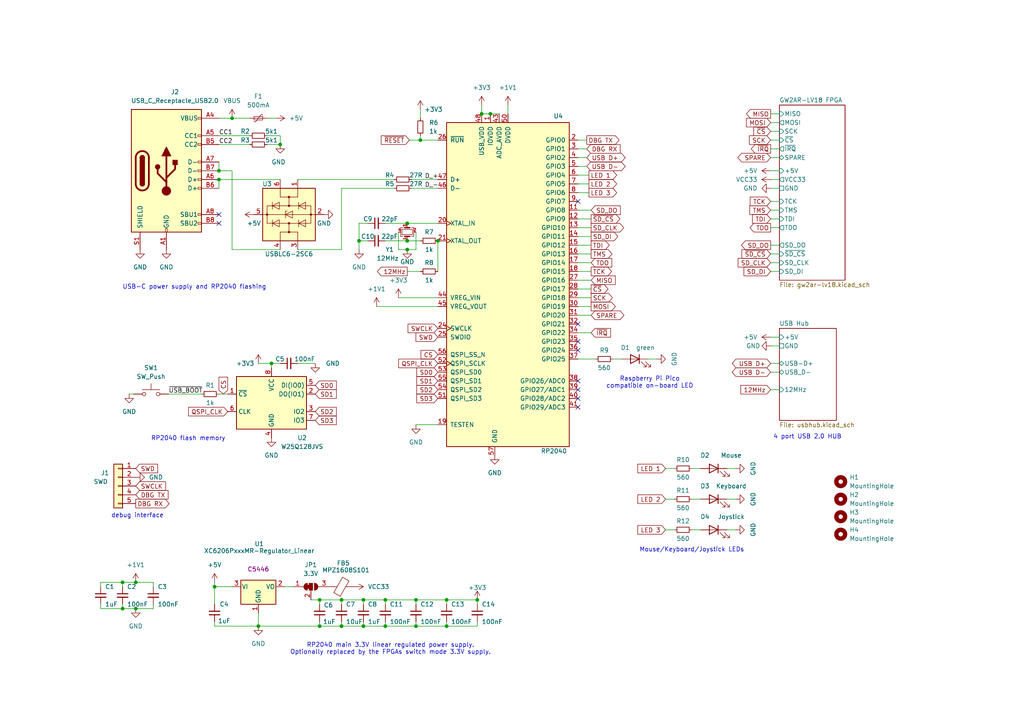
<source format=kicad_sch>
(kicad_sch (version 20250114) (generator "eeschema") (generator_version "9.0")
  (paper "A4")
  (title_block (title "MiSTery 20k Development Board") (date "2025-08-07") (rev "1.0") (company "Till Harbaum"))
  (lib_symbols
    (symbol "Connector:USB_C_Receptacle_USB2.0" (pin_names (offset 1.016))
      (property "Reference" "J" (at -10.16 19.05 0))
      (property "Value" "USB_C_Receptacle_USB2.0" (at 19.05 19.05 0))
      (symbol "USB_C_Receptacle_USB2.0_1_1"
        (pin passive line (at -7.62 -22.86 90) (length 5.08) (name "SHIELD") (number "S1"))
        (pin passive line (at 0 -22.86 90) (length 5.08) (name "GND") (number "A1"))
        (pin passive line (at 0 -22.86 90) (length 5.08) (hide yes) (name "GND") (number "A12"))
        (pin passive line (at 0 -22.86 90) (length 5.08) (hide yes) (name "GND") (number "B1"))
        (pin passive line (at 0 -22.86 90) (length 5.08) (hide yes) (name "GND") (number "B12"))
        (pin passive line (at 15.24 15.24 180) (length 5.08) (name "VBUS") (number "A4"))
        (pin passive line (at 15.24 15.24 180) (length 5.08) (hide yes) (name "VBUS") (number "A9"))
        (pin passive line (at 15.24 15.24 180) (length 5.08) (hide yes) (name "VBUS") (number "B4"))
        (pin passive line (at 15.24 15.24 180) (length 5.08) (hide yes) (name "VBUS") (number "B9"))
        (pin bidirectional line (at 15.24 10.16 180) (length 5.08) (name "CC1") (number "A5"))
        (pin bidirectional line (at 15.24 7.62 180) (length 5.08) (name "CC2") (number "B5"))
        (pin bidirectional line (at 15.24 2.54 180) (length 5.08) (name "D-") (number "A7"))
        (pin bidirectional line (at 15.24 0 180) (length 5.08) (name "D-") (number "B7"))
        (pin bidirectional line (at 15.24 -2.54 180) (length 5.08) (name "D+") (number "A6"))
        (pin bidirectional line (at 15.24 -5.08 180) (length 5.08) (name "D+") (number "B6"))
        (pin bidirectional line (at 15.24 -12.7 180) (length 5.08) (name "SBU1") (number "A8"))
        (pin bidirectional line (at 15.24 -15.24 180) (length 5.08) (name "SBU2") (number "B8"))
      )
    )
    (symbol "Connector_Generic:Conn_01x05" (pin_names (offset 1.016) (hide yes))
      (property "Reference" "J" (at 0 7.62 0))
      (property "Value" "Conn_01x05" (at 0 -7.62 0))
      (symbol "Conn_01x05_1_1"
        (pin passive line (at -5.08 5.08 0) (length 3.81) (name "Pin_1") (number "1"))
        (pin passive line (at -5.08 2.54 0) (length 3.81) (name "Pin_2") (number "2"))
        (pin passive line (at -5.08 0 0) (length 3.81) (name "Pin_3") (number "3"))
        (pin passive line (at -5.08 -2.54 0) (length 3.81) (name "Pin_4") (number "4"))
        (pin passive line (at -5.08 -5.08 0) (length 3.81) (name "Pin_5") (number "5"))
      )
    )
    (symbol "Device:C_Small" (pin_numbers (hide yes)) (pin_names (offset 0.254) (hide yes))
      (property "Reference" "C" (at 0.254 1.778 0))
      (property "Value" "C_Small" (at 0.254 -2.032 0))
      (symbol "C_Small_1_1"
        (pin passive line (at 0 2.54 270) (length 2.032) (name "~") (number "1"))
        (pin passive line (at 0 -2.54 90) (length 2.032) (name "~") (number "2"))
      )
    )
    (symbol "Device:Crystal_GND24_Small" (pin_names (offset 1.016) (hide yes))
      (property "Reference" "Y" (at 1.27 4.445 0))
      (property "Value" "Crystal_GND24_Small" (at 1.27 2.54 0))
      (symbol "Crystal_GND24_Small_1_1"
        (pin passive line (at -2.54 0 0) (length 1.27) (name "1") (number "1"))
        (pin passive line (at 0 2.54 270) (length 0.635) (name "4") (number "4"))
        (pin passive line (at 0 -2.54 90) (length 0.635) (name "2") (number "2"))
        (pin passive line (at 2.54 0 180) (length 1.27) (name "3") (number "3"))
      )
    )
    (symbol "Device:FerriteBead" (pin_numbers (hide yes)) (pin_names (offset 0))
      (property "Reference" "FB" (at -3.81 0.635 90))
      (property "Value" "FerriteBead" (at 3.81 0 90))
      (symbol "FerriteBead_1_1"
        (pin passive line (at 0 3.81 270) (length 2.54) (name "~") (number "1"))
        (pin passive line (at 0 -3.81 90) (length 2.54) (name "~") (number "2"))
      )
    )
    (symbol "Device:LED" (pin_numbers (hide yes)) (pin_names (offset 1.016) (hide yes))
      (property "Reference" "D" (at 0 2.54 0))
      (property "Value" "LED" (at 0 -2.54 0))
      (symbol "LED_1_1"
        (pin passive line (at -3.81 0 0) (length 2.54) (name "K") (number "1"))
        (pin passive line (at 3.81 0 180) (length 2.54) (name "A") (number "2"))
      )
    )
    (symbol "Device:Polyfuse_Small" (pin_numbers (hide yes)) (pin_names (offset 0))
      (property "Reference" "F" (at -1.905 0 90))
      (property "Value" "Polyfuse_Small" (at 1.905 0 90))
      (symbol "Polyfuse_Small_1_1"
        (pin passive line (at 0 2.54 270) (length 0.635) (name "~") (number "1"))
        (pin passive line (at 0 -2.54 90) (length 0.635) (name "~") (number "2"))
      )
    )
    (symbol "Device:R_Small" (pin_numbers (hide yes)) (pin_names (offset 0.254) (hide yes))
      (property "Reference" "R" (at 0.762 0.508 0))
      (property "Value" "R_Small" (at 0.762 -1.016 0))
      (symbol "R_Small_1_1"
        (pin passive line (at 0 2.54 270) (length 0.762) (name "~") (number "1"))
        (pin passive line (at 0 -2.54 90) (length 0.762) (name "~") (number "2"))
      )
    )
    (symbol "Jumper:SolderJumper_3_Bridged12" (pin_names (offset 0) (hide yes)) (in_bom no)
      (property "Reference" "JP" (at -2.54 -2.54 0))
      (property "Value" "SolderJumper_3_Bridged12" (at 0 2.794 0))
      (symbol "SolderJumper_3_Bridged12_1_1"
        (pin passive line (at -5.08 0 0) (length 2.54) (name "A") (number "1"))
        (pin passive line (at 0 -3.81 90) (length 2.54) (name "C") (number "2"))
        (pin passive line (at 5.08 0 180) (length 2.54) (name "B") (number "3"))
      )
    )
    (symbol "Mechanical:MountingHole" (pin_names (offset 1.016)) (in_bom no)
      (property "Reference" "H" (at 0 5.08 0))
      (property "Value" "MountingHole" (at 0 3.175 0))
    )
    (symbol "Memory_Flash:W25Q128JVS"
      (property "Reference" "U" (at -8.89 8.89 0))
      (property "Value" "W25Q128JVS" (at 7.62 8.89 0))
      (symbol "W25Q128JVS_1_1"
        (pin input line (at -12.7 2.54 0) (length 2.54) (name "~{CS}") (number "1"))
        (pin input line (at -12.7 -2.54 0) (length 2.54) (name "CLK") (number "6"))
        (pin power_in line (at 0 10.16 270) (length 2.54) (name "VCC") (number "8"))
        (pin power_in line (at 0 -10.16 90) (length 2.54) (name "GND") (number "4"))
        (pin bidirectional line (at 12.7 5.08 180) (length 2.54) (name "DI(IO0)") (number "5"))
        (pin bidirectional line (at 12.7 2.54 180) (length 2.54) (name "DO(IO1)") (number "2"))
        (pin bidirectional line (at 12.7 -2.54 180) (length 2.54) (name "IO2") (number "3"))
        (pin bidirectional line (at 12.7 -5.08 180) (length 2.54) (name "IO3") (number "7"))
      )
    )
    (symbol "Power_Protection:USBLC6-2SC6" (pin_names (hide yes))
      (property "Reference" "U" (at 2.54 8.89 0))
      (property "Value" "USBLC6-2SC6" (at 2.54 -8.89 0))
      (symbol "USBLC6-2SC6_1_1"
        (pin passive line (at -10.16 2.54 0) (length 2.54) (name "I/O1") (number "6"))
        (pin passive line (at -10.16 -2.54 0) (length 2.54) (name "I/O1") (number "1"))
        (pin passive line (at 0 10.16 270) (length 2.54) (name "VBUS") (number "5"))
        (pin passive line (at 0 -10.16 90) (length 2.54) (name "GND") (number "2"))
        (pin passive line (at 10.16 2.54 180) (length 2.54) (name "I/O2") (number "4"))
        (pin passive line (at 10.16 -2.54 180) (length 2.54) (name "I/O2") (number "3"))
      )
    )
    (symbol "Sleep-lib:RP2040" (pin_names (offset 1.016))
      (property "Reference" "U" (at 8.89 51.435 0))
      (property "Value" "RP2040" (at 8.89 48.895 0))
      (symbol "RP2040_1_1"
        (pin input line (at -20.32 43.18 0) (length 2.54) (name "~{RUN}") (number "26"))
        (pin bidirectional line (at -20.32 31.75 0) (length 2.54) (name "D+") (number "47"))
        (pin bidirectional line (at -20.32 29.21 0) (length 2.54) (name "D-") (number "46"))
        (pin input clock (at -20.32 19.05 0) (length 2.54) (name "XTAL_IN") (number "20"))
        (pin input clock (at -20.32 13.97 0) (length 2.54) (name "XTAL_OUT") (number "21"))
        (pin power_in line (at -20.32 -2.54 0) (length 2.54) (name "VREG_VIN") (number "44"))
        (pin power_out line (at -20.32 -5.08 0) (length 2.54) (name "VREG_VOUT") (number "45"))
        (pin input clock (at -20.32 -11.43 0) (length 2.54) (name "SWCLK") (number "24"))
        (pin bidirectional line (at -20.32 -13.97 0) (length 2.54) (name "SWDIO") (number "25"))
        (pin bidirectional line (at -20.32 -19.05 0) (length 2.54) (name "QSPI_SS_N") (number "56"))
        (pin input clock (at -20.32 -21.59 0) (length 2.54) (name "QSPI_SCLK") (number "52"))
        (pin bidirectional line (at -20.32 -24.13 0) (length 2.54) (name "QSPI_SD0") (number "53"))
        (pin bidirectional line (at -20.32 -26.67 0) (length 2.54) (name "QSPI_SD1") (number "55"))
        (pin bidirectional line (at -20.32 -29.21 0) (length 2.54) (name "QSPI_SD2") (number "54"))
        (pin bidirectional line (at -20.32 -31.75 0) (length 2.54) (name "QSPI_SD3") (number "51"))
        (pin input line (at -20.32 -39.37 0) (length 2.54) (name "TESTEN") (number "19"))
        (pin power_in line (at -7.62 50.8 270) (length 2.54) (name "USB_VDD") (number "48"))
        (pin power_in line (at -5.08 50.8 270) (length 2.54) (name "IOVDD") (number "1"))
        (pin power_in line (at -5.08 50.8 270) (length 2.54) (hide yes) (name "IOVDD") (number "10"))
        (pin power_in line (at -5.08 50.8 270) (length 2.54) (hide yes) (name "IOVDD") (number "22"))
        (pin power_in line (at -5.08 50.8 270) (length 2.54) (hide yes) (name "IOVDD") (number "33"))
        (pin power_in line (at -5.08 50.8 270) (length 2.54) (hide yes) (name "IOVDD") (number "42"))
        (pin power_in line (at -5.08 50.8 270) (length 2.54) (hide yes) (name "IOVDD") (number "49"))
        (pin power_in line (at -3.81 -48.26 90) (length 2.54) (name "GND") (number "57"))
        (pin power_in line (at -2.54 50.8 270) (length 2.54) (name "ADC_AVDD") (number "43"))
        (pin power_in line (at 0 50.8 270) (length 2.54) (hide yes) (name "DVDD") (number "23"))
        (pin power_in line (at 0 50.8 270) (length 2.54) (name "DVDD") (number "50"))
        (pin input line (at 20.32 43.18 180) (length 2.54) (name "GPIO0") (number "2"))
        (pin input line (at 20.32 40.64 180) (length 2.54) (name "GPIO1") (number "3"))
        (pin input line (at 20.32 38.1 180) (length 2.54) (name "GPIO2") (number "4"))
        (pin input line (at 20.32 35.56 180) (length 2.54) (name "GPIO3") (number "5"))
        (pin input line (at 20.32 33.02 180) (length 2.54) (name "GPIO4") (number "6"))
        (pin input line (at 20.32 30.48 180) (length 2.54) (name "GPIO5") (number "7"))
        (pin input line (at 20.32 27.94 180) (length 2.54) (name "GPIO6") (number "8"))
        (pin input line (at 20.32 25.4 180) (length 2.54) (name "GPIO7") (number "9"))
        (pin input line (at 20.32 22.86 180) (length 2.54) (name "GPIO8") (number "11"))
        (pin input line (at 20.32 20.32 180) (length 2.54) (name "GPIO9") (number "12"))
        (pin input line (at 20.32 17.78 180) (length 2.54) (name "GPIO10") (number "13"))
        (pin input line (at 20.32 15.24 180) (length 2.54) (name "GPIO11") (number "14"))
        (pin input line (at 20.32 12.7 180) (length 2.54) (name "GPIO12") (number "15"))
        (pin input line (at 20.32 10.16 180) (length 2.54) (name "GPIO13") (number "16"))
        (pin input line (at 20.32 7.62 180) (length 2.54) (name "GPIO14") (number "17"))
        (pin input line (at 20.32 5.08 180) (length 2.54) (name "GPIO15") (number "18"))
        (pin input line (at 20.32 2.54 180) (length 2.54) (name "GPIO16") (number "27"))
        (pin input line (at 20.32 0 180) (length 2.54) (name "GPIO17") (number "28"))
        (pin input line (at 20.32 -2.54 180) (length 2.54) (name "GPIO18") (number "29"))
        (pin input line (at 20.32 -5.08 180) (length 2.54) (name "GPIO19") (number "30"))
        (pin input line (at 20.32 -7.62 180) (length 2.54) (name "GPIO20") (number "31"))
        (pin input line (at 20.32 -10.16 180) (length 2.54) (name "GPIO21") (number "32"))
        (pin input line (at 20.32 -12.7 180) (length 2.54) (name "GPIO22") (number "34"))
        (pin input line (at 20.32 -15.24 180) (length 2.54) (name "GPIO23") (number "35"))
        (pin input line (at 20.32 -17.78 180) (length 2.54) (name "GPIO24") (number "36"))
        (pin input line (at 20.32 -20.32 180) (length 2.54) (name "GPIO25") (number "37"))
        (pin input line (at 20.32 -26.67 180) (length 2.54) (name "GPIO26/ADC0") (number "38"))
        (pin input line (at 20.32 -29.21 180) (length 2.54) (name "GPIO27/ADC1") (number "39"))
        (pin input line (at 20.32 -31.75 180) (length 2.54) (name "GPIO28/ADC2") (number "40"))
        (pin input line (at 20.32 -34.29 180) (length 2.54) (name "GPIO29/ADC3") (number "41"))
      )
    )
    (symbol "Switch:SW_Push" (pin_numbers (hide yes)) (pin_names (offset 1.016) (hide yes))
      (property "Reference" "SW" (at 1.27 2.54 0))
      (property "Value" "SW_Push" (at 0 -1.524 0))
      (symbol "SW_Push_0_1"
        (pin passive line (at -5.08 0 0) (length 2.54) (name "1") (number "1"))
        (pin passive line (at 5.08 0 180) (length 2.54) (name "2") (number "2"))
      )
    )
    (symbol "kicad-keyboard-parts:XC6206PxxxMR-Regulator_Linear" (pin_names (offset 0.254))
      (property "Reference" "U" (at -3.81 3.175 0))
      (property "Value" "XC6206PxxxMR-Regulator_Linear" (at 0 3.175 0))
      (property "LCSC" "C5446" (at 0 0 0))
      (symbol "XC6206PxxxMR-Regulator_Linear_1_1"
        (pin power_in line (at -7.62 0 0) (length 2.54) (name "VI") (number "3"))
        (pin power_in line (at 0 -7.62 90) (length 2.54) (name "GND") (number "1"))
        (pin power_out line (at 7.62 0 180) (length 2.54) (name "VO") (number "2"))
      )
    )
    (symbol "power:+1V1" (power) (pin_names (offset 0))
      (property "Value" "+1V1" (at 0 3.556 0))
      (symbol "+1V1_1_1"
        (pin power_in line (at 0 0 90) (length 0) (hide yes) (name "+1V1") (number "1"))
      )
    )
    (symbol "power:+3.3V" (power) (pin_names (offset 0))
      (property "Value" "+3.3V" (at 0 3.556 0))
      (symbol "+3.3V_1_1"
        (pin power_in line (at 0 0 90) (length 0) (hide yes) (name "+3V3") (number "1"))
      )
    )
    (symbol "power:+3V3" (power) (pin_names (offset 0))
      (property "Value" "+3V3" (at 0 3.556 0))
      (symbol "+3V3_1_1"
        (pin power_in line (at 0 0 90) (length 0) (hide yes) (name "+3V3") (number "1"))
      )
    )
    (symbol "power:+5V" (power) (pin_names (offset 0))
      (property "Value" "+5V" (at 0 3.556 0))
      (symbol "+5V_1_1"
        (pin power_in line (at 0 0 90) (length 0) (hide yes) (name "+5V") (number "1"))
      )
    )
    (symbol "power:GND" (power) (pin_names (offset 0))
      (property "Value" "GND" (at 0 -3.81 0))
      (symbol "GND_1_1"
        (pin power_in line (at 0 0 270) (length 0) (hide yes) (name "GND") (number "1"))
      )
    )
    (symbol "power:VBUS" (power) (pin_names (offset 0))
      (property "Value" "VBUS" (at 0 3.81 0))
      (symbol "VBUS_1_1"
        (pin power_in line (at 0 0 90) (length 0) (hide yes) (name "VBUS") (number "1"))
      )
    )
    (symbol "power:VCC" (power) (pin_numbers (hide yes)) (pin_names (offset 0) (hide yes))
      (property "Value" "VCC" (at 0 3.556 0))
      (symbol "VCC_1_1"
        (pin power_in line (at 0 0 90) (length 0) (name "~") (number "1"))
      )
    )
  )
  (text "Mouse/Keyboard/Joystick LEDs" (at 200.66 159.512 0) (effects (font (size 1.27 1.27))))
  (text "RP2040 flash memory" (at 54.61 127.254 0) (effects (font (size 1.27 1.27))))
  (text "4 port USB 2.0 HUB" (at 234.188 126.746 0) (effects (font (size 1.27 1.27))))
  (text "RP2040 main 3.3V linear regulated power supply.\nOptionally replaced by the FPGAs switch mode 3.3V supply." (at 113.284 188.214 0) (effects (font (size 1.27 1.27))))
  (text "debug interface" (at 39.878 149.606 0) (effects (font (size 1.27 1.27))))
  (text "Raspberry Pi Pico\ncompatible on-board LED" (at 188.468 110.998 0) (effects (font (size 1.27 1.27))))
  (text "USB-C power supply and RP2040 flashing" (at 56.388 83.312 0) (effects (font (size 1.27 1.27))))
  (junction (at 118.11 72.39))
  (junction (at 118.11 69.85))
  (junction (at 142.24 33.02))
  (junction (at 111.76 181.61))
  (junction (at 129.54 181.61))
  (junction (at 129.54 173.99))
  (junction (at 121.92 40.64))
  (junction (at 92.71 181.61))
  (junction (at 63.5 52.07))
  (junction (at 78.74 105.41))
  (junction (at 105.41 173.99))
  (junction (at 63.5 49.53))
  (junction (at 111.76 173.99))
  (junction (at 35.56 168.91))
  (junction (at 81.28 41.91))
  (junction (at 99.06 181.61))
  (junction (at 104.14 69.85))
  (junction (at 92.71 173.99) (diameter 0.9144))
  (junction (at 67.31 34.29))
  (junction (at 105.41 181.61))
  (junction (at 99.06 173.99))
  (junction (at 120.65 173.99))
  (junction (at 139.7 33.02))
  (junction (at 120.65 181.61))
  (junction (at 62.23 170.18))
  (junction (at 35.56 176.53))
  (junction (at 74.93 181.61) (diameter 0.9144))
  (junction (at 39.37 168.91))
  (junction (at 118.11 64.77))
  (junction (at 127 69.85))
  (junction (at 138.43 173.99))
  (junction (at 39.37 176.53))
  (no_connect (at 167.64 101.6))
  (no_connect (at 167.64 58.42))
  (no_connect (at 167.64 118.11))
  (no_connect (at 63.5 64.77))
  (no_connect (at 63.5 62.23))
  (no_connect (at 167.64 110.49))
  (no_connect (at 167.64 113.03))
  (no_connect (at 167.64 99.06))
  (no_connect (at 167.64 115.57))
  (no_connect (at 167.64 93.98))
  (wire (pts (xy 223.52 45.72) (xy 226.06 45.72)))
  (wire (pts (xy 223.52 66.04) (xy 226.06 66.04)))
  (wire (pts (xy 120.65 173.99) (xy 129.54 173.99)))
  (wire (pts (xy 129.54 173.99) (xy 129.54 175.26)))
  (wire (pts (xy 111.76 69.85) (xy 118.11 69.85)))
  (wire (pts (xy 118.11 69.85) (xy 121.92 69.85)))
  (wire (pts (xy 105.41 180.34) (xy 105.41 181.61)))
  (wire (pts (xy 223.52 113.03) (xy 226.06 113.03)))
  (wire (pts (xy 129.54 173.99) (xy 138.43 173.99)))
  (wire (pts (xy 104.14 69.85) (xy 104.14 72.39)))
  (wire (pts (xy 77.47 34.29) (xy 80.01 34.29)))
  (wire (pts (xy 167.64 71.12) (xy 171.45 71.12)))
  (wire (pts (xy 119.38 52.07) (xy 127 52.07)))
  (wire (pts (xy 223.52 54.61) (xy 226.06 54.61)))
  (wire (pts (xy 118.11 78.74) (xy 121.92 78.74)))
  (wire (pts (xy 167.64 55.88) (xy 170.815 55.88)))
  (wire (pts (xy 99.06 72.39) (xy 99.06 54.61)))
  (wire (pts (xy 63.5 39.37) (xy 72.39 39.37)))
  (wire (pts (xy 200.66 153.67) (xy 203.2 153.67)))
  (wire (pts (xy 62.23 180.34) (xy 62.23 181.61)))
  (wire (pts (xy 62.23 168.91) (xy 62.23 170.18)))
  (wire (pts (xy 167.64 81.28) (xy 171.45 81.28)))
  (wire (pts (xy 167.64 63.5) (xy 171.45 63.5)))
  (wire (pts (xy 67.31 72.39) (xy 81.28 72.39)))
  (wire (pts (xy 223.52 58.42) (xy 226.06 58.42)))
  (wire (pts (xy 115.57 67.31) (xy 115.57 72.39)))
  (wire (pts (xy 115.57 72.39) (xy 118.11 72.39)))
  (wire (pts (xy 99.06 54.61) (xy 114.3 54.61)))
  (wire (pts (xy 167.64 91.44) (xy 171.45 91.44)))
  (wire (pts (xy 193.04 144.78) (xy 195.58 144.78)))
  (wire (pts (xy 223.52 105.41) (xy 226.06 105.41)))
  (wire (pts (xy 223.52 35.56) (xy 226.06 35.56)))
  (wire (pts (xy 35.56 175.26) (xy 35.56 176.53)))
  (wire (pts (xy 223.52 60.96) (xy 226.06 60.96)))
  (wire (pts (xy 139.7 33.02) (xy 142.24 33.02)))
  (wire (pts (xy 142.24 33.02) (xy 144.78 33.02)))
  (wire (pts (xy 99.06 173.99) (xy 105.41 173.99)))
  (wire (pts (xy 120.65 72.39) (xy 118.11 72.39)))
  (wire (pts (xy 120.65 67.31) (xy 120.65 72.39)))
  (wire (pts (xy 92.71 173.99) (xy 99.06 173.99)))
  (wire (pts (xy 104.14 69.85) (xy 106.68 69.85)))
  (wire (pts (xy 106.68 64.77) (xy 104.14 64.77)))
  (wire (pts (xy 104.14 64.77) (xy 104.14 69.85)))
  (wire (pts (xy 77.47 39.37) (xy 81.28 39.37)))
  (wire (pts (xy 81.28 39.37) (xy 81.28 41.91)))
  (wire (pts (xy 167.64 45.72) (xy 170.18 45.72)))
  (wire (pts (xy 105.41 173.99) (xy 105.41 175.26)))
  (wire (pts (xy 115.57 86.36) (xy 127 86.36)))
  (wire (pts (xy 223.52 38.1) (xy 226.06 38.1)))
  (wire (pts (xy 210.82 153.67) (xy 213.36 153.67)))
  (wire (pts (xy 223.52 71.12) (xy 226.06 71.12)))
  (wire (pts (xy 74.93 181.61) (xy 62.23 181.61)))
  (wire (pts (xy 193.04 153.67) (xy 195.58 153.67)))
  (wire (pts (xy 120.65 123.19) (xy 127 123.19)))
  (wire (pts (xy 223.52 63.5) (xy 226.06 63.5)))
  (wire (pts (xy 86.36 52.07) (xy 114.3 52.07)))
  (wire (pts (xy 120.65 181.61) (xy 129.54 181.61)))
  (wire (pts (xy 129.54 181.61) (xy 129.54 180.34)))
  (wire (pts (xy 74.93 105.41) (xy 78.74 105.41)))
  (wire (pts (xy 86.36 105.41) (xy 91.44 105.41)))
  (wire (pts (xy 138.43 173.99) (xy 138.43 175.26)))
  (wire (pts (xy 223.52 107.95) (xy 226.06 107.95)))
  (wire (pts (xy 223.52 43.18) (xy 226.06 43.18)))
  (wire (pts (xy 37.465 114.3) (xy 38.735 114.3)))
  (wire (pts (xy 167.64 83.82) (xy 171.45 83.82)))
  (wire (pts (xy 138.43 180.34) (xy 138.43 181.61)))
  (wire (pts (xy 187.96 104.14) (xy 190.5 104.14)))
  (wire (pts (xy 111.76 180.34) (xy 111.76 181.61)))
  (wire (pts (xy 127 69.85) (xy 127 78.74)))
  (wire (pts (xy 39.37 176.53) (xy 44.45 176.53)))
  (wire (pts (xy 44.45 176.53) (xy 44.45 175.26)))
  (wire (pts (xy 92.71 181.61) (xy 99.06 181.61)))
  (wire (pts (xy 223.52 76.2) (xy 226.06 76.2)))
  (wire (pts (xy 200.66 135.89) (xy 203.2 135.89)))
  (wire (pts (xy 167.64 40.64) (xy 170.18 40.64)))
  (wire (pts (xy 167.64 48.26) (xy 170.18 48.26)))
  (wire (pts (xy 92.71 173.99) (xy 92.71 175.26)))
  (wire (pts (xy 210.82 135.89) (xy 213.36 135.89)))
  (wire (pts (xy 111.76 173.99) (xy 105.41 173.99)))
  (wire (pts (xy 167.64 78.74) (xy 171.45 78.74)))
  (wire (pts (xy 111.76 173.99) (xy 111.76 175.26)))
  (wire (pts (xy 105.41 181.61) (xy 111.76 181.61)))
  (wire (pts (xy 120.65 181.61) (xy 120.65 180.34)))
  (wire (pts (xy 86.36 72.39) (xy 99.06 72.39)))
  (wire (pts (xy 167.64 68.58) (xy 171.45 68.58)))
  (wire (pts (xy 223.52 73.66) (xy 226.06 73.66)))
  (wire (pts (xy 120.65 173.99) (xy 120.65 175.26)))
  (wire (pts (xy 78.74 105.41) (xy 78.74 106.68)))
  (wire (pts (xy 129.54 181.61) (xy 138.43 181.61)))
  (wire (pts (xy 223.52 78.74) (xy 226.06 78.74)))
  (wire (pts (xy 63.5 46.99) (xy 63.5 49.53)))
  (wire (pts (xy 223.52 100.33) (xy 226.06 100.33)))
  (wire (pts (xy 121.92 39.37) (xy 121.92 40.64)))
  (wire (pts (xy 39.37 168.91) (xy 44.45 168.91)))
  (wire (pts (xy 44.45 168.91) (xy 44.45 170.18)))
  (wire (pts (xy 223.52 52.07) (xy 226.06 52.07)))
  (wire (pts (xy 167.64 88.9) (xy 171.45 88.9)))
  (wire (pts (xy 147.32 30.48) (xy 147.32 33.02)))
  (wire (pts (xy 29.21 176.53) (xy 35.56 176.53)))
  (wire (pts (xy 29.21 175.26) (xy 29.21 176.53)))
  (wire (pts (xy 167.64 50.8) (xy 170.815 50.8)))
  (wire (pts (xy 35.56 168.91) (xy 35.56 170.18)))
  (wire (pts (xy 127 88.9) (xy 109.22 88.9)))
  (wire (pts (xy 99.06 180.34) (xy 99.06 181.61)))
  (wire (pts (xy 99.06 181.61) (xy 105.41 181.61)))
  (wire (pts (xy 177.8 104.14) (xy 180.34 104.14)))
  (wire (pts (xy 92.71 180.34) (xy 92.71 181.61)))
  (wire (pts (xy 74.93 181.61) (xy 92.71 181.61)))
  (wire (pts (xy 63.5 52.07) (xy 63.5 54.61)))
  (wire (pts (xy 167.64 60.96) (xy 171.45 60.96)))
  (wire (pts (xy 82.55 170.18) (xy 85.09 170.18)))
  (wire (pts (xy 62.23 170.18) (xy 67.31 170.18)))
  (wire (pts (xy 193.04 135.89) (xy 195.58 135.89)))
  (wire (pts (xy 63.5 34.29) (xy 67.31 34.29)))
  (wire (pts (xy 67.31 34.29) (xy 72.39 34.29)))
  (wire (pts (xy 118.745 40.64) (xy 121.92 40.64)))
  (wire (pts (xy 121.92 40.64) (xy 127 40.64)))
  (wire (pts (xy 67.31 49.53) (xy 67.31 72.39)))
  (wire (pts (xy 167.64 73.66) (xy 171.45 73.66)))
  (wire (pts (xy 48.895 114.3) (xy 58.42 114.3)))
  (wire (pts (xy 63.5 114.3) (xy 66.04 114.3)))
  (wire (pts (xy 63.5 41.91) (xy 72.39 41.91)))
  (wire (pts (xy 78.74 105.41) (xy 81.28 105.41)))
  (wire (pts (xy 167.64 76.2) (xy 171.45 76.2)))
  (wire (pts (xy 223.52 40.64) (xy 226.06 40.64)))
  (wire (pts (xy 77.47 41.91) (xy 81.28 41.91)))
  (wire (pts (xy 62.23 170.18) (xy 62.23 175.26)))
  (wire (pts (xy 139.7 30.48) (xy 139.7 33.02)))
  (wire (pts (xy 90.17 173.99) (xy 92.71 173.99)))
  (wire (pts (xy 167.64 96.52) (xy 171.45 96.52)))
  (wire (pts (xy 223.52 33.02) (xy 226.06 33.02)))
  (wire (pts (xy 111.76 64.77) (xy 118.11 64.77)))
  (wire (pts (xy 74.93 177.8) (xy 74.93 181.61)))
  (wire (pts (xy 223.52 97.79) (xy 226.06 97.79)))
  (wire (pts (xy 35.56 176.53) (xy 39.37 176.53)))
  (wire (pts (xy 35.56 168.91) (xy 29.21 168.91)))
  (wire (pts (xy 39.37 168.91) (xy 35.56 168.91)))
  (wire (pts (xy 29.21 168.91) (xy 29.21 170.18)))
  (wire (pts (xy 223.52 49.53) (xy 226.06 49.53)))
  (wire (pts (xy 167.64 43.18) (xy 170.18 43.18)))
  (wire (pts (xy 167.64 86.36) (xy 171.45 86.36)))
  (wire (pts (xy 210.82 144.78) (xy 213.36 144.78)))
  (wire (pts (xy 99.06 175.26) (xy 99.06 173.99)))
  (wire (pts (xy 111.76 173.99) (xy 120.65 173.99)))
  (wire (pts (xy 167.64 104.14) (xy 172.72 104.14)))
  (wire (pts (xy 63.5 52.07) (xy 81.28 52.07)))
  (wire (pts (xy 111.76 181.61) (xy 120.65 181.61)))
  (wire (pts (xy 167.64 53.34) (xy 170.815 53.34)))
  (wire (pts (xy 119.38 54.61) (xy 127 54.61)))
  (wire (pts (xy 200.66 144.78) (xy 203.2 144.78)))
  (wire (pts (xy 67.31 49.53) (xy 63.5 49.53)))
  (wire (pts (xy 118.11 64.77) (xy 127 64.77)))
  (wire (pts (xy 167.64 66.04) (xy 171.45 66.04)))
  (wire (pts (xy 121.92 31.75) (xy 121.92 34.29)))
  (label "CC1" (at 63.5 39.37 0))
  (label "D_-" (at 123.19 54.61 0))
  (label "CC2" (at 63.5 41.91 0))
  (label "D_+" (at 123.19 52.07 0))
  (label "~{USB_BOOT}" (at 48.895 114.3 0))
  (global_label "USB D-" (shape bidirectional) (at 223.52 107.95 180) (property "Intersheetrefs" "${INTERSHEET_REFS}" (effects (hide yes))))
  (global_label "12MHz" (shape input) (at 223.52 113.03 180) (property "Intersheetrefs" "${INTERSHEET_REFS}" (effects (hide yes))))
  (global_label "SD_CLK" (shape output) (at 171.45 66.04 0) (property "Intersheetrefs" "${INTERSHEET_REFS}" (effects (hide yes))))
  (global_label "SWCLK" (shape input) (at 127 95.25 180) (property "Intersheetrefs" "${INTERSHEET_REFS}" (effects (hide yes))))
  (global_label "DBG RX" (shape input) (at 170.18 43.18 0) (property "Intersheetrefs" "${INTERSHEET_REFS}" (effects (hide yes))))
  (global_label "~{SD_CS}" (shape output) (at 171.45 63.5 0) (property "Intersheetrefs" "${INTERSHEET_REFS}" (effects (hide yes))))
  (global_label "USB D+" (shape bidirectional) (at 223.52 105.41 180) (property "Intersheetrefs" "${INTERSHEET_REFS}" (effects (hide yes))))
  (global_label "LED 1" (shape output) (at 170.815 50.8 0) (property "Intersheetrefs" "${INTERSHEET_REFS}" (effects (hide yes))))
  (global_label "QSPI_CLK" (shape input) (at 66.04 119.38 180) (property "Intersheetrefs" "${INTERSHEET_REFS}" (effects (hide yes))))
  (global_label "TDI" (shape input) (at 223.52 63.5 180) (property "Intersheetrefs" "${INTERSHEET_REFS}" (effects (hide yes))))
  (global_label "SD0" (shape input) (at 127 107.95 180) (property "Intersheetrefs" "${INTERSHEET_REFS}" (effects (hide yes))))
  (global_label "MISO" (shape output) (at 223.52 33.02 180) (property "Intersheetrefs" "${INTERSHEET_REFS}" (effects (hide yes))))
  (global_label "DBG TX" (shape input) (at 39.37 143.51 0) (property "Intersheetrefs" "${INTERSHEET_REFS}" (effects (hide yes))))
  (global_label "SWCLK" (shape input) (at 39.37 140.97 0) (property "Intersheetrefs" "${INTERSHEET_REFS}" (effects (hide yes))))
  (global_label "SD_DO" (shape input) (at 171.45 60.96 0) (property "Intersheetrefs" "${INTERSHEET_REFS}" (effects (hide yes))))
  (global_label "MISO" (shape input) (at 171.45 81.28 0) (property "Intersheetrefs" "${INTERSHEET_REFS}" (effects (hide yes))))
  (global_label "MOSI" (shape output) (at 171.45 88.9 0) (property "Intersheetrefs" "${INTERSHEET_REFS}" (effects (hide yes))))
  (global_label "MOSI" (shape input) (at 223.52 35.56 180) (property "Intersheetrefs" "${INTERSHEET_REFS}" (effects (hide yes))))
  (global_label "DBG TX" (shape output) (at 170.18 40.64 0) (property "Intersheetrefs" "${INTERSHEET_REFS}" (effects (hide yes))))
  (global_label "~{CS}" (shape output) (at 171.45 83.82 0) (property "Intersheetrefs" "${INTERSHEET_REFS}" (effects (hide yes))))
  (global_label "TMS" (shape input) (at 223.52 60.96 180) (property "Intersheetrefs" "${INTERSHEET_REFS}" (effects (hide yes))))
  (global_label "USB D-" (shape bidirectional) (at 170.18 48.26 0) (property "Intersheetrefs" "${INTERSHEET_REFS}" (effects (hide yes))))
  (global_label "~{IRQ}" (shape output) (at 223.52 43.18 180) (property "Intersheetrefs" "${INTERSHEET_REFS}" (effects (hide yes))))
  (global_label "SD1" (shape input) (at 127 110.49 180) (property "Intersheetrefs" "${INTERSHEET_REFS}" (effects (hide yes))))
  (global_label "SCK" (shape input) (at 223.52 40.64 180) (property "Intersheetrefs" "${INTERSHEET_REFS}" (effects (hide yes))))
  (global_label "TDI" (shape output) (at 171.45 71.12 0) (property "Intersheetrefs" "${INTERSHEET_REFS}" (effects (hide yes))))
  (global_label "CS" (shape input) (at 64.77 114.3 90) (property "Intersheetrefs" "${INTERSHEET_REFS}" (effects (hide yes))))
  (global_label "TDO" (shape input) (at 171.45 76.2 0) (property "Intersheetrefs" "${INTERSHEET_REFS}" (effects (hide yes))))
  (global_label "SCK" (shape output) (at 171.45 86.36 0) (property "Intersheetrefs" "${INTERSHEET_REFS}" (effects (hide yes))))
  (global_label "SPARE" (shape bidirectional) (at 171.45 91.44 0) (property "Intersheetrefs" "${INTERSHEET_REFS}" (effects (hide yes))))
  (global_label "LED 2" (shape output) (at 170.815 53.34 0) (property "Intersheetrefs" "${INTERSHEET_REFS}" (effects (hide yes))))
  (global_label "CS" (shape input) (at 127 102.87 180) (property "Intersheetrefs" "${INTERSHEET_REFS}" (effects (hide yes))))
  (global_label "SD_DI" (shape output) (at 171.45 68.58 0) (property "Intersheetrefs" "${INTERSHEET_REFS}" (effects (hide yes))))
  (global_label "LED 1" (shape input) (at 193.04 135.89 180) (property "Intersheetrefs" "${INTERSHEET_REFS}" (effects (hide yes))))
  (global_label "SPARE" (shape bidirectional) (at 223.52 45.72 180) (property "Intersheetrefs" "${INTERSHEET_REFS}" (effects (hide yes))))
  (global_label "TCK" (shape input) (at 223.52 58.42 180) (property "Intersheetrefs" "${INTERSHEET_REFS}" (effects (hide yes))))
  (global_label "LED 2" (shape input) (at 193.04 144.78 180) (property "Intersheetrefs" "${INTERSHEET_REFS}" (effects (hide yes))))
  (global_label "12MHz" (shape output) (at 118.11 78.74 180) (property "Intersheetrefs" "${INTERSHEET_REFS}" (effects (hide yes))))
  (global_label "TDO" (shape output) (at 223.52 66.04 180) (property "Intersheetrefs" "${INTERSHEET_REFS}" (effects (hide yes))))
  (global_label "SD_DI" (shape input) (at 223.52 78.74 180) (property "Intersheetrefs" "${INTERSHEET_REFS}" (effects (hide yes))))
  (global_label "~{CS}" (shape input) (at 223.52 38.1 180) (property "Intersheetrefs" "${INTERSHEET_REFS}" (effects (hide yes))))
  (global_label "SWD" (shape input) (at 127 97.79 180) (property "Intersheetrefs" "${INTERSHEET_REFS}" (effects (hide yes))))
  (global_label "SD1" (shape input) (at 91.44 114.3 0) (property "Intersheetrefs" "${INTERSHEET_REFS}" (effects (hide yes))))
  (global_label "TMS" (shape output) (at 171.45 73.66 0) (property "Intersheetrefs" "${INTERSHEET_REFS}" (effects (hide yes))))
  (global_label "LED 3" (shape input) (at 193.04 153.67 180) (property "Intersheetrefs" "${INTERSHEET_REFS}" (effects (hide yes))))
  (global_label "SD3" (shape input) (at 127 115.57 180) (property "Intersheetrefs" "${INTERSHEET_REFS}" (effects (hide yes))))
  (global_label "~{IRQ}" (shape input) (at 171.45 96.52 0) (property "Intersheetrefs" "${INTERSHEET_REFS}" (effects (hide yes))))
  (global_label "USB D+" (shape bidirectional) (at 170.18 45.72 0) (property "Intersheetrefs" "${INTERSHEET_REFS}" (effects (hide yes))))
  (global_label "QSPI_CLK" (shape input) (at 127 105.41 180) (property "Intersheetrefs" "${INTERSHEET_REFS}" (effects (hide yes))))
  (global_label "SD2" (shape input) (at 127 113.03 180) (property "Intersheetrefs" "${INTERSHEET_REFS}" (effects (hide yes))))
  (global_label "SD2" (shape input) (at 91.44 119.38 0) (property "Intersheetrefs" "${INTERSHEET_REFS}" (effects (hide yes))))
  (global_label "TCK" (shape output) (at 171.45 78.74 0) (property "Intersheetrefs" "${INTERSHEET_REFS}" (effects (hide yes))))
  (global_label "LED 3" (shape output) (at 170.815 55.88 0) (property "Intersheetrefs" "${INTERSHEET_REFS}" (effects (hide yes))))
  (global_label "SD_DO" (shape output) (at 223.52 71.12 180) (property "Intersheetrefs" "${INTERSHEET_REFS}" (effects (hide yes))))
  (global_label "~{SD_CS}" (shape input) (at 223.52 73.66 180) (property "Intersheetrefs" "${INTERSHEET_REFS}" (effects (hide yes))))
  (global_label "SD_CLK" (shape input) (at 223.52 76.2 180) (property "Intersheetrefs" "${INTERSHEET_REFS}" (effects (hide yes))))
  (global_label "SD3" (shape input) (at 91.44 121.92 0) (property "Intersheetrefs" "${INTERSHEET_REFS}" (effects (hide yes))))
  (global_label "SWD" (shape input) (at 39.37 135.89 0) (property "Intersheetrefs" "${INTERSHEET_REFS}" (effects (hide yes))))
  (global_label "DBG RX" (shape output) (at 39.37 146.05 0) (property "Intersheetrefs" "${INTERSHEET_REFS}" (effects (hide yes))))
  (global_label "SD0" (shape input) (at 91.44 111.76 0) (property "Intersheetrefs" "${INTERSHEET_REFS}" (effects (hide yes))))
  (global_label "~{RESET}" (shape input) (at 118.745 40.64 180) (property "Intersheetrefs" "${INTERSHEET_REFS}" (effects (hide yes))))
  (symbol (lib_id "Device:R_Small") (at 74.93 41.91 90) (unit 1)
    (property "Reference" "R3" (at 71.12 40.64 90))
    (property "Value" "5k1" (at 78.74 40.64 90))
    (property "Footprint" "Resistor_SMD:R_0402_1005Metric" (effects (hide yes)))
    (property "LCSC" "C25905" (effects (hide yes)))
  )
  (symbol (lib_id "power:VBUS") (at 67.31 34.29 0) (unit 1)
    (property "Reference" "#PWR08" (effects (hide yes)))
    (property "Value" "VBUS" (at 67.31 29.21 0))
  )
  (symbol (lib_id "Device:C_Small") (at 138.43 177.8 0) (unit 1)
    (property "Reference" "C14" (at 139.7 175.2599 0) (effects (justify left)))
    (property "Value" "100nF" (at 139.7 180.3399 0) (effects (justify left)))
    (property "Footprint" "Capacitor_SMD:C_0402_1005Metric" (effects (hide yes)))
    (property "LCSC" "C1525" (effects (hide yes)))
  )
  (symbol (lib_id "power:GND") (at 40.64 72.39 0) (unit 1)
    (property "Reference" "#PWR05" (effects (hide yes)))
    (property "Value" "GND" (at 40.64 77.47 0))
  )
  (symbol (lib_id "power:+3V3") (at 74.93 105.41 0) (unit 1)
    (property "Reference" "#PWR010" (effects (hide yes)))
    (property "Value" "+3V3" (at 71.12 105.41 0))
  )
  (symbol (lib_id "Jumper:SolderJumper_3_Bridged12") (at 90.17 170.18 0) (unit 1) (in_bom no)
    (property "Reference" "JP1" (at 90.17 163.83 0))
    (property "Value" "3.3V" (at 90.17 166.37 0))
    (property "Footprint" "Jumper:SolderJumper-3_P1.3mm_Bridged12_RoundedPad1.0x1.5mm" (effects (hide yes)))
    (property "Description" "3-pole Solder Jumper, pins 1+2 closed/bridged" (effects (hide yes)))
  )
  (symbol (lib_id "Sleep-lib:RP2040") (at 147.32 83.82 0) (unit 1)
    (property "Reference" "U4" (at 161.925 33.655 0))
    (property "Value" "RP2040" (at 160.655 130.81 0))
    (property "Footprint" "Sleep-Lib:RP2040-QFN-56" (effects (hide yes)))
    (property "Datasheet" "https://datasheets.raspberrypi.com/rp2040/rp2040-datasheet.pdf" (effects (hide yes)))
    (property "LCSC" "C2040" (effects (hide yes)))
    (property "LCSC Part #" "C2040" (effects (hide yes)))
  )
  (symbol (lib_id "power:GND") (at 213.36 144.78 90) (unit 1)
    (property "Reference" "#PWR030" (effects (hide yes)))
    (property "Value" "GND" (at 218.44 144.78 0))
  )
  (symbol (lib_id "Device:Polyfuse_Small") (at 74.93 34.29 90) (unit 1)
    (property "Reference" "F1" (at 74.93 27.94 90))
    (property "Value" "500mA" (at 74.93 30.48 90))
    (property "Footprint" "Fuse:Fuse_1206_3216Metric" (effects (hide yes)))
    (property "LCSC" "C70076" (effects (hide yes)))
  )
  (symbol (lib_id "power:+5V") (at 80.01 34.29 270) (unit 1)
    (property "Reference" "#PWR013" (effects (hide yes)))
    (property "Value" "+5V" (at 83.82 34.2899 90) (effects (justify left)))
  )
  (symbol (lib_id "Device:C_Small") (at 99.06 177.8 0) (unit 1)
    (property "Reference" "C7" (at 100.33 175.2599 0) (effects (justify left)))
    (property "Value" "10uF" (at 100.33 180.3399 0) (effects (justify left)))
    (property "Footprint" "Capacitor_SMD:C_0402_1005Metric" (effects (hide yes)))
    (property "LCSC" "C15525" (effects (hide yes)))
  )
  (symbol (lib_id "Device:LED") (at 184.15 104.14 0) (mirror y) (unit 1)
    (property "Reference" "D1" (at 181.356 100.838 0))
    (property "Value" "green" (at 187.198 100.838 0))
    (property "Footprint" "LED_SMD:LED_0805_2012Metric" (effects (hide yes)))
    (property "Description" "Light emitting diode" (effects (hide yes)))
    (property "Sim.Pins" "1=K 2=A" (effects (hide yes)))
    (property "LCSC" "C2297" (effects (hide yes)))
  )
  (symbol (lib_id "power:GND") (at 118.11 72.39 0) (unit 1)
    (property "Reference" "#PWR021" (effects (hide yes)))
    (property "Value" "GND" (at 118.11 75.946 0))
  )
  (symbol (lib_id "power:VCC") (at 102.87 170.18 270) (unit 1)
    (property "Reference" "#PWR017" (effects (hide yes)))
    (property "Value" "VCC33" (at 106.68 170.1799 90) (effects (justify left)))
    (property "Description" "Power symbol creates a global label with name \"VCC\"" (effects (hide yes)))
  )
  (symbol (lib_id "power:GND") (at 190.5 104.14 90) (unit 1)
    (property "Reference" "#PWR028" (effects (hide yes)))
    (property "Value" "GND" (at 195.58 104.14 0))
  )
  (symbol (lib_id "power:GND") (at 143.51 132.08 0) (unit 1)
    (property "Reference" "#PWR026" (effects (hide yes)))
    (property "Value" "GND" (at 143.51 137.16 0))
  )
  (symbol (lib_id "power:GND") (at 78.74 127 0) (unit 1)
    (property "Reference" "#PWR012" (effects (hide yes)))
    (property "Value" "GND" (at 78.74 132.08 0))
  )
  (symbol (lib_id "Switch:SW_Push") (at 43.815 114.3 0) (unit 1)
    (property "Reference" "SW1" (at 43.815 106.68 0))
    (property "Value" "SW_Push" (at 43.815 109.22 0))
    (property "Footprint" "Button_Switch_SMD:SW_SPST_TL3342" (effects (hide yes)))
    (property "LCSC" "C318884" (effects (hide yes)))
  )
  (symbol (lib_id "Device:C_Small") (at 29.21 172.72 0) (unit 1)
    (property "Reference" "C1" (at 30.48 170.1799 0) (effects (justify left)))
    (property "Value" "1uF" (at 30.48 175.2599 0) (effects (justify left)))
    (property "Footprint" "Capacitor_SMD:C_0402_1005Metric" (effects (hide yes)))
    (property "LCSC" "C52923" (effects (hide yes)))
  )
  (symbol (lib_id "power:+3V3") (at 115.57 86.36 0) (unit 1)
    (property "Reference" "#PWR020" (effects (hide yes)))
    (property "Value" "+3V3" (at 115.57 81.28 0))
  )
  (symbol (lib_id "Device:C_Small") (at 83.82 105.41 90) (unit 1)
    (property "Reference" "C5" (at 82.5499 104.14 90) (effects (justify left)))
    (property "Value" "100nF" (at 91.4399 104.14 90) (effects (justify left)))
    (property "Footprint" "Capacitor_SMD:C_0402_1005Metric" (effects (hide yes)))
    (property "LCSC" "C1525" (effects (hide yes)))
  )
  (symbol (lib_id "Device:R_Small") (at 121.92 36.83 0) (unit 1)
    (property "Reference" "R6" (at 124.46 35.5599 0) (effects (justify left)))
    (property "Value" "1k" (at 124.46 38.0999 0) (effects (justify left)))
    (property "Footprint" "Resistor_SMD:R_0402_1005Metric" (effects (hide yes)))
    (property "LCSC" "C11702" (effects (hide yes)))
  )
  (symbol (lib_id "Device:C_Small") (at 109.22 69.85 90) (unit 1)
    (property "Reference" "C10" (at 106.68 68.58 90))
    (property "Value" "22pF" (at 113.03 68.58 90))
    (property "Footprint" "Capacitor_SMD:C_0402_1005Metric" (effects (hide yes)))
    (property "LCSC" "C1555" (effects (hide yes)))
  )
  (symbol (lib_id "Power_Protection:USBLC6-2SC6") (at 83.82 62.23 90) (mirror x) (unit 1)
    (property "Reference" "U3" (at 77.47 53.34 90))
    (property "Value" "USBLC6-2SC6" (at 83.82 73.66 90))
    (property "Footprint" "Package_TO_SOT_SMD:SOT-23-6" (effects (hide yes)))
    (property "Datasheet" "https://www.st.com/resource/en/datasheet/usblc6-2.pdf" (effects (hide yes)))
    (property "LCSC" "C2827654" (effects (hide yes)))
  )
  (symbol (lib_id "power:+3V3") (at 121.92 31.75 0) (unit 1)
    (property "Reference" "#PWR023" (effects (hide yes)))
    (property "Value" "+3V3" (at 125.73 31.75 0))
  )
  (symbol (lib_id "power:GND") (at 213.36 135.89 90) (unit 1)
    (property "Reference" "#PWR029" (effects (hide yes)))
    (property "Value" "GND" (at 218.44 135.89 0))
  )
  (symbol (lib_id "Device:C_Small") (at 92.71 177.8 180) (unit 1)
    (property "Reference" "C6" (at 95.25 175.514 0))
    (property "Value" "1uF" (at 95.504 180.34 0))
    (property "Footprint" "Capacitor_SMD:C_0402_1005Metric" (effects (hide yes)))
    (property "LCSC" "C52923" (effects (hide yes)))
  )
  (symbol (lib_id "power:VCC") (at 223.52 52.07 90) (unit 1)
    (property "Reference" "#PWR033" (effects (hide yes)))
    (property "Value" "VCC33" (at 219.71 52.0699 90) (effects (justify left)))
    (property "Description" "Power symbol creates a global label with name \"VCC\"" (effects (hide yes)))
  )
  (symbol (lib_id "Mechanical:MountingHole") (at 243.84 154.94 0) (unit 1) (in_bom no)
    (property "Reference" "H4" (at 246.38 153.6699 0) (effects (justify left)))
    (property "Value" "MountingHole" (at 246.38 156.2099 0) (effects (justify left)))
    (property "Footprint" "MountingHole:MountingHole_3.2mm_M3" (effects (hide yes)))
    (property "Description" "Mounting Hole without connection" (effects (hide yes)))
  )
  (symbol (lib_id "Device:R_Small") (at 175.26 104.14 90) (unit 1)
    (property "Reference" "R9" (at 175.26 101.6 90))
    (property "Value" "560" (at 175.26 106.68 90))
    (property "Footprint" "Resistor_SMD:R_0402_1005Metric" (effects (hide yes)))
    (property "LCSC" "C163460" (effects (hide yes)))
  )
  (symbol (lib_id "Connector_Generic:Conn_01x05") (at 34.29 140.97 0) (mirror y) (unit 1)
    (property "Reference" "J1" (at 30.48 137.16 0))
    (property "Value" "SWD" (at 29.21 139.7 0))
    (property "Footprint" "Connector_PinSocket_2.54mm:PinSocket_1x05_P2.54mm_Vertical" (effects (hide yes)))
  )
  (symbol (lib_id "power:GND") (at 104.14 72.39 0) (unit 1)
    (property "Reference" "#PWR018" (effects (hide yes)))
    (property "Value" "GND" (at 104.14 77.47 0))
  )
  (symbol (lib_id "power:+1V1") (at 109.22 88.9 0) (unit 1)
    (property "Reference" "#PWR019" (effects (hide yes)))
    (property "Value" "+1V1" (at 109.22 83.82 0))
  )
  (symbol (lib_id "Device:LED") (at 207.01 135.89 0) (mirror y) (unit 1)
    (property "Reference" "D2" (at 204.47 132.08 0))
    (property "Value" "Mouse" (at 212.09 132.08 0))
    (property "Footprint" "LED_SMD:LED_0805_2012Metric" (effects (hide yes)))
    (property "Description" "Light emitting diode" (effects (hide yes)))
    (property "Sim.Pins" "1=K 2=A" (effects (hide yes)))
    (property "LCSC" "C2297" (effects (hide yes)))
  )
  (symbol (lib_id "Device:C_Small") (at 105.41 177.8 0) (unit 1)
    (property "Reference" "C8" (at 106.68 175.2599 0) (effects (justify left)))
    (property "Value" "1uF" (at 106.68 180.3399 0) (effects (justify left)))
    (property "Footprint" "Capacitor_SMD:C_0402_1005Metric" (effects (hide yes)))
    (property "LCSC" "C52923" (effects (hide yes)))
  )
  (symbol (lib_id "power:+5V") (at 62.23 168.91 0) (unit 1)
    (property "Reference" "#PWR07" (effects (hide yes)))
    (property "Value" "+5V" (at 62.23 163.83 0))
  )
  (symbol (lib_id "Mechanical:MountingHole") (at 243.84 139.7 0) (unit 1) (in_bom no)
    (property "Reference" "H1" (at 246.38 138.4299 0) (effects (justify left)))
    (property "Value" "MountingHole" (at 246.38 140.9699 0) (effects (justify left)))
    (property "Footprint" "MountingHole:MountingHole_3.2mm_M3" (effects (hide yes)))
    (property "Description" "Mounting Hole without connection" (effects (hide yes)))
  )
  (symbol (lib_id "Device:R_Small") (at 198.12 135.89 90) (unit 1)
    (property "Reference" "R10" (at 198.12 133.35 90))
    (property "Value" "560" (at 198.12 138.43 90))
    (property "Footprint" "Resistor_SMD:R_0402_1005Metric" (effects (hide yes)))
  )
  (symbol (lib_id "power:GND") (at 91.44 105.41 0) (unit 1)
    (property "Reference" "#PWR015" (effects (hide yes)))
    (property "Value" "GND" (at 96.52 105.41 0))
  )
  (symbol (lib_id "Device:C_Small") (at 109.22 64.77 90) (unit 1)
    (property "Reference" "C9" (at 106.68 63.5 90))
    (property "Value" "22pF" (at 113.03 63.5 90))
    (property "Footprint" "Capacitor_SMD:C_0402_1005Metric" (effects (hide yes)))
    (property "LCSC" "C1555" (effects (hide yes)))
  )
  (symbol (lib_id "Device:C_Small") (at 129.54 177.8 0) (unit 1)
    (property "Reference" "C13" (at 130.81 175.2599 0) (effects (justify left)))
    (property "Value" "100nF" (at 130.81 180.3399 0) (effects (justify left)))
    (property "Footprint" "Capacitor_SMD:C_0402_1005Metric" (effects (hide yes)))
    (property "LCSC" "C1525" (effects (hide yes)))
  )
  (symbol (lib_id "power:+5V") (at 223.52 97.79 90) (mirror x) (unit 1)
    (property "Reference" "#PWR035" (effects (hide yes)))
    (property "Value" "+5V" (at 219.71 97.7899 90) (effects (justify left)))
  )
  (symbol (lib_id "Mechanical:MountingHole") (at 243.84 144.78 0) (unit 1) (in_bom no)
    (property "Reference" "H2" (at 246.38 143.5099 0) (effects (justify left)))
    (property "Value" "MountingHole" (at 246.38 146.0499 0) (effects (justify left)))
    (property "Footprint" "MountingHole:MountingHole_3.2mm_M3" (effects (hide yes)))
    (property "Description" "Mounting Hole without connection" (effects (hide yes)))
  )
  (symbol (lib_id "Device:C_Small") (at 120.65 177.8 0) (unit 1)
    (property "Reference" "C12" (at 121.92 175.2599 0) (effects (justify left)))
    (property "Value" "100nF" (at 121.92 180.3399 0) (effects (justify left)))
    (property "Footprint" "Capacitor_SMD:C_0402_1005Metric" (effects (hide yes)))
    (property "LCSC" "C1525" (effects (hide yes)))
  )
  (symbol (lib_id "Device:R_Small") (at 74.93 39.37 90) (unit 1)
    (property "Reference" "R2" (at 71.12 38.1 90))
    (property "Value" "5k1" (at 78.74 38.1 90))
    (property "Footprint" "Resistor_SMD:R_0402_1005Metric" (effects (hide yes)))
    (property "LCSC" "C25905" (effects (hide yes)))
  )
  (symbol (lib_id "Device:Crystal_GND24_Small") (at 118.11 67.31 90) (unit 1)
    (property "Reference" "Y1" (at 111.76 72.39 90) (effects (justify right)))
    (property "Value" "12MHz" (at 109.22 74.93 90) (effects (justify right)))
    (property "Footprint" "Crystal:Crystal_SMD_3225-4Pin_3.2x2.5mm" (effects (hide yes)))
    (property "LCSC" "C9002" (effects (hide yes)))
    (property "LCSC Part #" "C9002" (effects (hide yes)))
  )
  (symbol (lib_id "power:+3.3V") (at 138.43 173.99 0) (unit 1)
    (property "Reference" "#PWR024" (effects (hide yes)))
    (property "Value" "+3V3" (at 138.43 170.4426 0))
  )
  (symbol (lib_id "Device:R_Small") (at 198.12 144.78 90) (unit 1)
    (property "Reference" "R11" (at 198.12 142.24 90))
    (property "Value" "560" (at 198.12 147.32 90))
    (property "Footprint" "Resistor_SMD:R_0402_1005Metric" (effects (hide yes)))
  )
  (symbol (lib_id "power:GND") (at 81.28 41.91 0) (unit 1)
    (property "Reference" "#PWR014" (effects (hide yes)))
    (property "Value" "GND" (at 78.74 46.99 0) (effects (justify left)))
  )
  (symbol (lib_id "Memory_Flash:W25Q128JVS") (at 78.74 116.84 0) (unit 1)
    (property "Reference" "U2" (at 87.63 127 0))
    (property "Value" "W25Q128JVS" (at 87.63 129.54 0))
    (property "Footprint" "Package_SO:SOIC-8_5.23x5.23mm_P1.27mm" (effects (hide yes)))
    (property "Datasheet" "http://www.winbond.com/resource-files/w25q128jv_dtr%20revc%2003272018%20plus.pdf" (effects (hide yes)))
    (property "LCSC" "C131025" (effects (hide yes)))
  )
  (symbol (lib_id "kicad-keyboard-parts:XC6206PxxxMR-Regulator_Linear") (at 74.93 170.18 0) (unit 1)
    (property "Reference" "U1" (at 75.184 157.734 0))
    (property "Value" "XC6206PxxxMR-Regulator_Linear" (at 75.184 159.766 0))
    (property "Footprint" "Package_TO_SOT_SMD:SOT-23" (effects (hide yes)))
    (property "Datasheet" "https://www.torexsemi.com/file/xc6206/XC6206.pdf" (effects (hide yes)))
    (property "LCSC" "C5446" (at 74.93 165.1 0))
  )
  (symbol (lib_id "power:GND") (at 48.26 72.39 0) (unit 1)
    (property "Reference" "#PWR06" (effects (hide yes)))
    (property "Value" "GND" (at 48.26 77.47 0))
  )
  (symbol (lib_id "Device:R_Small") (at 60.96 114.3 90) (unit 1)
    (property "Reference" "R1" (at 60.96 111.76 90))
    (property "Value" "1k" (at 60.96 116.84 90))
    (property "Footprint" "Resistor_SMD:R_0402_1005Metric" (effects (hide yes)))
    (property "LCSC" "C11702" (effects (hide yes)))
  )
  (symbol (lib_id "power:+5V") (at 73.66 62.23 90) (mirror x) (unit 1)
    (property "Reference" "#PWR09" (effects (hide yes)))
    (property "Value" "+5V" (at 73.66 64.77 90))
  )
  (symbol (lib_id "Device:R_Small") (at 116.84 52.07 90) (unit 1)
    (property "Reference" "R4" (at 113.03 50.8 90))
    (property "Value" "27R" (at 120.65 50.8 90))
    (property "Footprint" "Resistor_SMD:R_0603_1608Metric" (effects (hide yes)))
    (property "LCSC" "C25190" (effects (hide yes)))
  )
  (symbol (lib_id "power:GND") (at 37.465 114.3 0) (unit 1)
    (property "Reference" "#PWR01" (effects (hide yes)))
    (property "Value" "GND" (at 37.465 119.38 0))
  )
  (symbol (lib_id "Device:R_Small") (at 116.84 54.61 90) (unit 1)
    (property "Reference" "R5" (at 113.03 53.34 90))
    (property "Value" "27R" (at 120.65 53.34 90))
    (property "Footprint" "Resistor_SMD:R_0603_1608Metric" (effects (hide yes)))
    (property "LCSC" "C25190" (effects (hide yes)))
  )
  (symbol (lib_id "Device:R_Small") (at 124.46 78.74 90) (unit 1)
    (property "Reference" "R8" (at 124.46 76.2 90))
    (property "Value" "1k" (at 124.46 81.28 90))
    (property "Footprint" "Resistor_SMD:R_0402_1005Metric" (effects (hide yes)))
    (property "LCSC" "C11702" (effects (hide yes)))
  )
  (symbol (lib_id "Device:LED") (at 207.01 144.78 0) (mirror y) (unit 1)
    (property "Reference" "D3" (at 204.47 140.97 0))
    (property "Value" "Keyboard" (at 212.09 140.97 0))
    (property "Footprint" "LED_SMD:LED_0805_2012Metric" (effects (hide yes)))
    (property "Description" "Light emitting diode" (effects (hide yes)))
    (property "Sim.Pins" "1=K 2=A" (effects (hide yes)))
    (property "LCSC" "C2297" (effects (hide yes)))
  )
  (symbol (lib_id "power:+3V3") (at 139.7 30.48 0) (unit 1)
    (property "Reference" "#PWR025" (effects (hide yes)))
    (property "Value" "+3V3" (at 139.7 25.4 0))
  )
  (symbol (lib_id "Device:FerriteBead") (at 99.06 170.18 90) (unit 1)
    (property "Reference" "FB5" (at 99.568 163.322 90))
    (property "Value" "MPZ1608S101" (at 100.33 165.354 90))
    (property "Footprint" "Inductor_SMD:L_0603_1608Metric" (effects (hide yes)))
    (property "Description" "Ferrite bead" (effects (hide yes)))
    (property "LCSC" "C107332" (effects (hide yes)))
  )
  (symbol (lib_id "Device:C_Small") (at 35.56 172.72 0) (unit 1)
    (property "Reference" "C2" (at 36.83 170.1799 0) (effects (justify left)))
    (property "Value" "100nF" (at 36.83 175.2599 0) (effects (justify left)))
    (property "Footprint" "Capacitor_SMD:C_0402_1005Metric" (effects (hide yes)))
    (property "LCSC" "C1525" (effects (hide yes)))
  )
  (symbol (lib_id "power:+5V") (at 223.52 49.53 90) (unit 1)
    (property "Reference" "#PWR032" (effects (hide yes)))
    (property "Value" "+5V" (at 219.71 49.5299 90) (effects (justify left)))
  )
  (symbol (lib_id "power:GND") (at 39.37 176.53 0) (unit 1)
    (property "Reference" "#PWR04" (effects (hide yes)))
    (property "Value" "GND" (at 39.37 181.61 0))
  )
  (symbol (lib_id "power:GND") (at 74.93 181.61 0) (unit 1)
    (property "Reference" "#PWR011" (effects (hide yes)))
    (property "Value" "GND" (at 74.93 186.69 0))
  )
  (symbol (lib_id "Connector:USB_C_Receptacle_USB2.0") (at 48.26 49.53 0) (unit 1)
    (property "Reference" "J2" (at 50.7365 26.67 0))
    (property "Value" "USB_C_Receptacle_USB2.0" (at 50.7365 29.21 0))
    (property "Footprint" "Connector_USB:USB_C_Receptacle_HRO_TYPE-C-31-M-12" (effects (hide yes)))
    (property "Datasheet" "https://www.usb.org/sites/default/files/documents/usb_type-c.zip" (effects (hide yes)))
    (property "LCSC" "C165948" (effects (hide yes)))
  )
  (symbol (lib_id "Device:C_Small") (at 111.76 177.8 0) (unit 1)
    (property "Reference" "C11" (at 113.03 175.2599 0) (effects (justify left)))
    (property "Value" "100nF" (at 113.03 180.3399 0) (effects (justify left)))
    (property "Footprint" "Capacitor_SMD:C_0402_1005Metric" (effects (hide yes)))
    (property "LCSC" "C1525" (effects (hide yes)))
  )
  (symbol (lib_id "power:GND") (at 120.65 123.19 0) (unit 1)
    (property "Reference" "#PWR022" (effects (hide yes)))
    (property "Value" "GND" (at 120.65 128.27 0))
  )
  (symbol (lib_id "Device:LED") (at 207.01 153.67 0) (mirror y) (unit 1)
    (property "Reference" "D4" (at 204.47 149.86 0))
    (property "Value" "Joystick" (at 212.09 149.86 0))
    (property "Footprint" "LED_SMD:LED_0805_2012Metric" (effects (hide yes)))
    (property "Description" "Light emitting diode" (effects (hide yes)))
    (property "Sim.Pins" "1=K 2=A" (effects (hide yes)))
    (property "LCSC" "C2297" (effects (hide yes)))
  )
  (symbol (lib_id "Device:C_Small") (at 44.45 172.72 0) (unit 1)
    (property "Reference" "C3" (at 45.72 170.1799 0) (effects (justify left)))
    (property "Value" "100nF" (at 45.72 175.2599 0) (effects (justify left)))
    (property "Footprint" "Capacitor_SMD:C_0402_1005Metric" (effects (hide yes)))
    (property "LCSC" "C1525" (effects (hide yes)))
  )
  (symbol (lib_id "power:GND") (at 93.98 62.23 90) (mirror x) (unit 1)
    (property "Reference" "#PWR016" (effects (hide yes)))
    (property "Value" "GND" (at 93.98 64.77 90))
  )
  (symbol (lib_id "Device:C_Small") (at 62.23 177.8 180) (unit 1)
    (property "Reference" "C4" (at 65.024 175.26 0))
    (property "Value" "1uF" (at 65.024 180.086 0))
    (property "Footprint" "Capacitor_SMD:C_0402_1005Metric" (effects (hide yes)))
    (property "LCSC" "C52923" (effects (hide yes)))
  )
  (symbol (lib_id "Device:R_Small") (at 124.46 69.85 90) (unit 1)
    (property "Reference" "R7" (at 124.46 67.31 90))
    (property "Value" "1k" (at 124.46 72.39 90))
    (property "Footprint" "Resistor_SMD:R_0402_1005Metric" (effects (hide yes)))
    (property "LCSC" "C11702" (effects (hide yes)))
  )
  (symbol (lib_id "power:+1V1") (at 147.32 30.48 0) (unit 1)
    (property "Reference" "#PWR027" (effects (hide yes)))
    (property "Value" "+1V1" (at 147.32 25.4 0))
  )
  (symbol (lib_id "power:GND") (at 223.52 100.33 270) (unit 1)
    (property "Reference" "#PWR036" (effects (hide yes)))
    (property "Value" "GND" (at 216.408 100.33 90) (effects (justify left)))
  )
  (symbol (lib_id "power:GND") (at 213.36 153.67 90) (unit 1)
    (property "Reference" "#PWR031" (effects (hide yes)))
    (property "Value" "GND" (at 218.44 153.67 0))
  )
  (symbol (lib_id "Mechanical:MountingHole") (at 243.84 149.86 0) (unit 1) (in_bom no)
    (property "Reference" "H3" (at 246.38 148.5899 0) (effects (justify left)))
    (property "Value" "MountingHole" (at 246.38 151.1299 0) (effects (justify left)))
    (property "Footprint" "MountingHole:MountingHole_3.2mm_M3" (effects (hide yes)))
    (property "Description" "Mounting Hole without connection" (effects (hide yes)))
  )
  (symbol (lib_id "power:+1V1") (at 39.37 168.91 0) (unit 1)
    (property "Reference" "#PWR03" (effects (hide yes)))
    (property "Value" "+1V1" (at 39.37 163.83 0))
  )
  (symbol (lib_id "Device:R_Small") (at 198.12 153.67 90) (unit 1)
    (property "Reference" "R12" (at 198.12 151.13 90))
    (property "Value" "560" (at 198.12 156.21 90))
    (property "Footprint" "Resistor_SMD:R_0402_1005Metric" (effects (hide yes)))
  )
  (symbol (lib_id "power:GND") (at 223.52 54.61 270) (unit 1)
    (property "Reference" "#PWR034" (effects (hide yes)))
    (property "Value" "GND" (at 219.71 54.6099 90) (effects (justify right)))
  )
  (symbol (lib_id "power:GND") (at 39.37 138.43 90) (unit 1)
    (property "Reference" "#PWR02" (effects (hide yes)))
    (property "Value" "GND" (at 43.18 138.4299 90) (effects (justify right)))
  )
  (sheet (at 226.06 30.48) (size 19.05 50.8) (stroke (width 0.1524))
    (property "Sheetname" "GW2AR-LV18 FPGA" (at 226.06 29.7684 0) (effects (justify left bottom)))
    (property "Sheetfile" "gw2ar-lv18.kicad_sch" (at 226.06 81.8646 0) (effects (justify left top)))
    (pin "MISO" input (at 226.06 33.02 180))
    (pin "MOSI" output (at 226.06 35.56 180))
    (pin "SCK" input (at 226.06 38.1 180))
    (pin "~{CS}" input (at 226.06 40.64 180))
    (pin "~{IRQ}" output (at 226.06 43.18 180))
    (pin "SPARE" bidirectional (at 226.06 45.72 180))
    (pin "+5V" input (at 226.06 49.53 180))
    (pin "GND" passive (at 226.06 54.61 180))
    (pin "TMS" input (at 226.06 60.96 180))
    (pin "TDO" output (at 226.06 66.04 180))
    (pin "TDI" input (at 226.06 63.5 180))
    (pin "TCK" input (at 226.06 58.42 180))
    (pin "SD_DI" input (at 226.06 78.74 180))
    (pin "~{SD_CS}" input (at 226.06 73.66 180))
    (pin "SD_DO" output (at 226.06 71.12 180))
    (pin "SD_CLK" input (at 226.06 76.2 180))
    (pin "VCC33" output (at 226.06 52.07 180))
  )
  (sheet (at 226.06 95.25) (size 16.51 26.67) (stroke (width 0.1524))
    (property "Sheetname" "USB Hub" (at 226.06 94.5384 0) (effects (justify left bottom)))
    (property "Sheetfile" "usbhub.kicad_sch" (at 226.06 122.5046 0) (effects (justify left top)))
    (pin "USB-D+" bidirectional (at 226.06 105.41 180))
    (pin "GND" passive (at 226.06 100.33 180))
    (pin "USB_D-" bidirectional (at 226.06 107.95 180))
    (pin "+5V" input (at 226.06 97.79 180))
    (pin "12MHz" input (at 226.06 113.03 180))
  )
)
</source>
